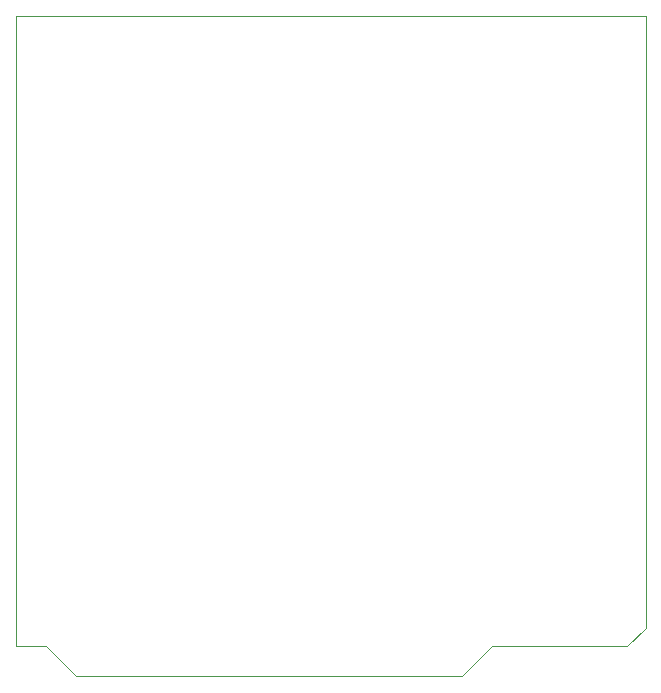
<source format=gtp>
G75*
%MOIN*%
%OFA0B0*%
%FSLAX24Y24*%
%IPPOS*%
%LPD*%
%AMOC8*
5,1,8,0,0,1.08239X$1,22.5*
%
%ADD10C,0.0000*%
D10*
X000175Y002125D02*
X000175Y023125D01*
X021175Y023125D01*
X021175Y002750D01*
X020550Y002125D01*
X016050Y002125D01*
X015050Y001125D01*
X002175Y001125D01*
X001175Y002125D01*
X000175Y002125D01*
M02*

</source>
